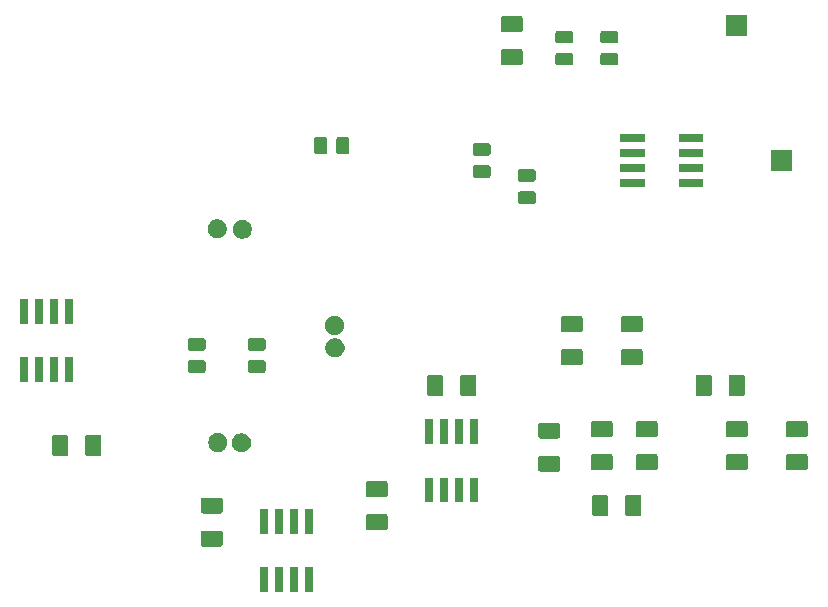
<source format=gbr>
G04 #@! TF.GenerationSoftware,KiCad,Pcbnew,(5.1.5-0-10_14)*
G04 #@! TF.CreationDate,2020-05-22T11:47:55+02:00*
G04 #@! TF.ProjectId,version2,76657273-696f-46e3-922e-6b696361645f,rev?*
G04 #@! TF.SameCoordinates,Original*
G04 #@! TF.FileFunction,Soldermask,Bot*
G04 #@! TF.FilePolarity,Negative*
%FSLAX46Y46*%
G04 Gerber Fmt 4.6, Leading zero omitted, Abs format (unit mm)*
G04 Created by KiCad (PCBNEW (5.1.5-0-10_14)) date 2020-05-22 11:47:55*
%MOMM*%
%LPD*%
G04 APERTURE LIST*
%ADD10C,0.100000*%
G04 APERTURE END LIST*
D10*
G36*
X88595400Y-97485400D02*
G01*
X87934600Y-97485400D01*
X87934600Y-95402200D01*
X88595400Y-95402200D01*
X88595400Y-97485400D01*
G37*
G36*
X87325400Y-97485400D02*
G01*
X86664600Y-97485400D01*
X86664600Y-95402200D01*
X87325400Y-95402200D01*
X87325400Y-97485400D01*
G37*
G36*
X86055400Y-97485400D02*
G01*
X85394600Y-97485400D01*
X85394600Y-95402200D01*
X86055400Y-95402200D01*
X86055400Y-97485400D01*
G37*
G36*
X84785400Y-97485400D02*
G01*
X84124600Y-97485400D01*
X84124600Y-95402200D01*
X84785400Y-95402200D01*
X84785400Y-97485400D01*
G37*
G36*
X80778604Y-92298347D02*
G01*
X80815144Y-92309432D01*
X80848821Y-92327433D01*
X80878341Y-92351659D01*
X80902567Y-92381179D01*
X80920568Y-92414856D01*
X80931653Y-92451396D01*
X80936000Y-92495538D01*
X80936000Y-93444462D01*
X80931653Y-93488604D01*
X80920568Y-93525144D01*
X80902567Y-93558821D01*
X80878341Y-93588341D01*
X80848821Y-93612567D01*
X80815144Y-93630568D01*
X80778604Y-93641653D01*
X80734462Y-93646000D01*
X79285538Y-93646000D01*
X79241396Y-93641653D01*
X79204856Y-93630568D01*
X79171179Y-93612567D01*
X79141659Y-93588341D01*
X79117433Y-93558821D01*
X79099432Y-93525144D01*
X79088347Y-93488604D01*
X79084000Y-93444462D01*
X79084000Y-92495538D01*
X79088347Y-92451396D01*
X79099432Y-92414856D01*
X79117433Y-92381179D01*
X79141659Y-92351659D01*
X79171179Y-92327433D01*
X79204856Y-92309432D01*
X79241396Y-92298347D01*
X79285538Y-92294000D01*
X80734462Y-92294000D01*
X80778604Y-92298347D01*
G37*
G36*
X84785400Y-92557800D02*
G01*
X84124600Y-92557800D01*
X84124600Y-90474600D01*
X84785400Y-90474600D01*
X84785400Y-92557800D01*
G37*
G36*
X88595400Y-92557800D02*
G01*
X87934600Y-92557800D01*
X87934600Y-90474600D01*
X88595400Y-90474600D01*
X88595400Y-92557800D01*
G37*
G36*
X87325400Y-92557800D02*
G01*
X86664600Y-92557800D01*
X86664600Y-90474600D01*
X87325400Y-90474600D01*
X87325400Y-92557800D01*
G37*
G36*
X86055400Y-92557800D02*
G01*
X85394600Y-92557800D01*
X85394600Y-90474600D01*
X86055400Y-90474600D01*
X86055400Y-92557800D01*
G37*
G36*
X94748604Y-90898347D02*
G01*
X94785144Y-90909432D01*
X94818821Y-90927433D01*
X94848341Y-90951659D01*
X94872567Y-90981179D01*
X94890568Y-91014856D01*
X94901653Y-91051396D01*
X94906000Y-91095538D01*
X94906000Y-92044462D01*
X94901653Y-92088604D01*
X94890568Y-92125144D01*
X94872567Y-92158821D01*
X94848341Y-92188341D01*
X94818821Y-92212567D01*
X94785144Y-92230568D01*
X94748604Y-92241653D01*
X94704462Y-92246000D01*
X93255538Y-92246000D01*
X93211396Y-92241653D01*
X93174856Y-92230568D01*
X93141179Y-92212567D01*
X93111659Y-92188341D01*
X93087433Y-92158821D01*
X93069432Y-92125144D01*
X93058347Y-92088604D01*
X93054000Y-92044462D01*
X93054000Y-91095538D01*
X93058347Y-91051396D01*
X93069432Y-91014856D01*
X93087433Y-90981179D01*
X93111659Y-90951659D01*
X93141179Y-90927433D01*
X93174856Y-90909432D01*
X93211396Y-90898347D01*
X93255538Y-90894000D01*
X94704462Y-90894000D01*
X94748604Y-90898347D01*
G37*
G36*
X116218604Y-89248347D02*
G01*
X116255144Y-89259432D01*
X116288821Y-89277433D01*
X116318341Y-89301659D01*
X116342567Y-89331179D01*
X116360568Y-89364856D01*
X116371653Y-89401396D01*
X116376000Y-89445538D01*
X116376000Y-90894462D01*
X116371653Y-90938604D01*
X116360568Y-90975144D01*
X116342567Y-91008821D01*
X116318341Y-91038341D01*
X116288821Y-91062567D01*
X116255144Y-91080568D01*
X116218604Y-91091653D01*
X116174462Y-91096000D01*
X115225538Y-91096000D01*
X115181396Y-91091653D01*
X115144856Y-91080568D01*
X115111179Y-91062567D01*
X115081659Y-91038341D01*
X115057433Y-91008821D01*
X115039432Y-90975144D01*
X115028347Y-90938604D01*
X115024000Y-90894462D01*
X115024000Y-89445538D01*
X115028347Y-89401396D01*
X115039432Y-89364856D01*
X115057433Y-89331179D01*
X115081659Y-89301659D01*
X115111179Y-89277433D01*
X115144856Y-89259432D01*
X115181396Y-89248347D01*
X115225538Y-89244000D01*
X116174462Y-89244000D01*
X116218604Y-89248347D01*
G37*
G36*
X113418604Y-89248347D02*
G01*
X113455144Y-89259432D01*
X113488821Y-89277433D01*
X113518341Y-89301659D01*
X113542567Y-89331179D01*
X113560568Y-89364856D01*
X113571653Y-89401396D01*
X113576000Y-89445538D01*
X113576000Y-90894462D01*
X113571653Y-90938604D01*
X113560568Y-90975144D01*
X113542567Y-91008821D01*
X113518341Y-91038341D01*
X113488821Y-91062567D01*
X113455144Y-91080568D01*
X113418604Y-91091653D01*
X113374462Y-91096000D01*
X112425538Y-91096000D01*
X112381396Y-91091653D01*
X112344856Y-91080568D01*
X112311179Y-91062567D01*
X112281659Y-91038341D01*
X112257433Y-91008821D01*
X112239432Y-90975144D01*
X112228347Y-90938604D01*
X112224000Y-90894462D01*
X112224000Y-89445538D01*
X112228347Y-89401396D01*
X112239432Y-89364856D01*
X112257433Y-89331179D01*
X112281659Y-89301659D01*
X112311179Y-89277433D01*
X112344856Y-89259432D01*
X112381396Y-89248347D01*
X112425538Y-89244000D01*
X113374462Y-89244000D01*
X113418604Y-89248347D01*
G37*
G36*
X80778604Y-89498347D02*
G01*
X80815144Y-89509432D01*
X80848821Y-89527433D01*
X80878341Y-89551659D01*
X80902567Y-89581179D01*
X80920568Y-89614856D01*
X80931653Y-89651396D01*
X80936000Y-89695538D01*
X80936000Y-90644462D01*
X80931653Y-90688604D01*
X80920568Y-90725144D01*
X80902567Y-90758821D01*
X80878341Y-90788341D01*
X80848821Y-90812567D01*
X80815144Y-90830568D01*
X80778604Y-90841653D01*
X80734462Y-90846000D01*
X79285538Y-90846000D01*
X79241396Y-90841653D01*
X79204856Y-90830568D01*
X79171179Y-90812567D01*
X79141659Y-90788341D01*
X79117433Y-90758821D01*
X79099432Y-90725144D01*
X79088347Y-90688604D01*
X79084000Y-90644462D01*
X79084000Y-89695538D01*
X79088347Y-89651396D01*
X79099432Y-89614856D01*
X79117433Y-89581179D01*
X79141659Y-89551659D01*
X79171179Y-89527433D01*
X79204856Y-89509432D01*
X79241396Y-89498347D01*
X79285538Y-89494000D01*
X80734462Y-89494000D01*
X80778604Y-89498347D01*
G37*
G36*
X100041000Y-89871000D02*
G01*
X99349000Y-89871000D01*
X99349000Y-87799000D01*
X100041000Y-87799000D01*
X100041000Y-89871000D01*
G37*
G36*
X102581000Y-89871000D02*
G01*
X101889000Y-89871000D01*
X101889000Y-87799000D01*
X102581000Y-87799000D01*
X102581000Y-89871000D01*
G37*
G36*
X101311000Y-89871000D02*
G01*
X100619000Y-89871000D01*
X100619000Y-87799000D01*
X101311000Y-87799000D01*
X101311000Y-89871000D01*
G37*
G36*
X98771000Y-89871000D02*
G01*
X98079000Y-89871000D01*
X98079000Y-87799000D01*
X98771000Y-87799000D01*
X98771000Y-89871000D01*
G37*
G36*
X94748604Y-88098347D02*
G01*
X94785144Y-88109432D01*
X94818821Y-88127433D01*
X94848341Y-88151659D01*
X94872567Y-88181179D01*
X94890568Y-88214856D01*
X94901653Y-88251396D01*
X94906000Y-88295538D01*
X94906000Y-89244462D01*
X94901653Y-89288604D01*
X94890568Y-89325144D01*
X94872567Y-89358821D01*
X94848341Y-89388341D01*
X94818821Y-89412567D01*
X94785144Y-89430568D01*
X94748604Y-89441653D01*
X94704462Y-89446000D01*
X93255538Y-89446000D01*
X93211396Y-89441653D01*
X93174856Y-89430568D01*
X93141179Y-89412567D01*
X93111659Y-89388341D01*
X93087433Y-89358821D01*
X93069432Y-89325144D01*
X93058347Y-89288604D01*
X93054000Y-89244462D01*
X93054000Y-88295538D01*
X93058347Y-88251396D01*
X93069432Y-88214856D01*
X93087433Y-88181179D01*
X93111659Y-88151659D01*
X93141179Y-88127433D01*
X93174856Y-88109432D01*
X93211396Y-88098347D01*
X93255538Y-88094000D01*
X94704462Y-88094000D01*
X94748604Y-88098347D01*
G37*
G36*
X109353604Y-85948347D02*
G01*
X109390144Y-85959432D01*
X109423821Y-85977433D01*
X109453341Y-86001659D01*
X109477567Y-86031179D01*
X109495568Y-86064856D01*
X109506653Y-86101396D01*
X109511000Y-86145538D01*
X109511000Y-87094462D01*
X109506653Y-87138604D01*
X109495568Y-87175144D01*
X109477567Y-87208821D01*
X109453341Y-87238341D01*
X109423821Y-87262567D01*
X109390144Y-87280568D01*
X109353604Y-87291653D01*
X109309462Y-87296000D01*
X107860538Y-87296000D01*
X107816396Y-87291653D01*
X107779856Y-87280568D01*
X107746179Y-87262567D01*
X107716659Y-87238341D01*
X107692433Y-87208821D01*
X107674432Y-87175144D01*
X107663347Y-87138604D01*
X107659000Y-87094462D01*
X107659000Y-86145538D01*
X107663347Y-86101396D01*
X107674432Y-86064856D01*
X107692433Y-86031179D01*
X107716659Y-86001659D01*
X107746179Y-85977433D01*
X107779856Y-85959432D01*
X107816396Y-85948347D01*
X107860538Y-85944000D01*
X109309462Y-85944000D01*
X109353604Y-85948347D01*
G37*
G36*
X117608604Y-85818347D02*
G01*
X117645144Y-85829432D01*
X117678821Y-85847433D01*
X117708341Y-85871659D01*
X117732567Y-85901179D01*
X117750568Y-85934856D01*
X117761653Y-85971396D01*
X117766000Y-86015538D01*
X117766000Y-86964462D01*
X117761653Y-87008604D01*
X117750568Y-87045144D01*
X117732567Y-87078821D01*
X117708341Y-87108341D01*
X117678821Y-87132567D01*
X117645144Y-87150568D01*
X117608604Y-87161653D01*
X117564462Y-87166000D01*
X116115538Y-87166000D01*
X116071396Y-87161653D01*
X116034856Y-87150568D01*
X116001179Y-87132567D01*
X115971659Y-87108341D01*
X115947433Y-87078821D01*
X115929432Y-87045144D01*
X115918347Y-87008604D01*
X115914000Y-86964462D01*
X115914000Y-86015538D01*
X115918347Y-85971396D01*
X115929432Y-85934856D01*
X115947433Y-85901179D01*
X115971659Y-85871659D01*
X116001179Y-85847433D01*
X116034856Y-85829432D01*
X116071396Y-85818347D01*
X116115538Y-85814000D01*
X117564462Y-85814000D01*
X117608604Y-85818347D01*
G37*
G36*
X130308604Y-85818347D02*
G01*
X130345144Y-85829432D01*
X130378821Y-85847433D01*
X130408341Y-85871659D01*
X130432567Y-85901179D01*
X130450568Y-85934856D01*
X130461653Y-85971396D01*
X130466000Y-86015538D01*
X130466000Y-86964462D01*
X130461653Y-87008604D01*
X130450568Y-87045144D01*
X130432567Y-87078821D01*
X130408341Y-87108341D01*
X130378821Y-87132567D01*
X130345144Y-87150568D01*
X130308604Y-87161653D01*
X130264462Y-87166000D01*
X128815538Y-87166000D01*
X128771396Y-87161653D01*
X128734856Y-87150568D01*
X128701179Y-87132567D01*
X128671659Y-87108341D01*
X128647433Y-87078821D01*
X128629432Y-87045144D01*
X128618347Y-87008604D01*
X128614000Y-86964462D01*
X128614000Y-86015538D01*
X128618347Y-85971396D01*
X128629432Y-85934856D01*
X128647433Y-85901179D01*
X128671659Y-85871659D01*
X128701179Y-85847433D01*
X128734856Y-85829432D01*
X128771396Y-85818347D01*
X128815538Y-85814000D01*
X130264462Y-85814000D01*
X130308604Y-85818347D01*
G37*
G36*
X125228604Y-85818347D02*
G01*
X125265144Y-85829432D01*
X125298821Y-85847433D01*
X125328341Y-85871659D01*
X125352567Y-85901179D01*
X125370568Y-85934856D01*
X125381653Y-85971396D01*
X125386000Y-86015538D01*
X125386000Y-86964462D01*
X125381653Y-87008604D01*
X125370568Y-87045144D01*
X125352567Y-87078821D01*
X125328341Y-87108341D01*
X125298821Y-87132567D01*
X125265144Y-87150568D01*
X125228604Y-87161653D01*
X125184462Y-87166000D01*
X123735538Y-87166000D01*
X123691396Y-87161653D01*
X123654856Y-87150568D01*
X123621179Y-87132567D01*
X123591659Y-87108341D01*
X123567433Y-87078821D01*
X123549432Y-87045144D01*
X123538347Y-87008604D01*
X123534000Y-86964462D01*
X123534000Y-86015538D01*
X123538347Y-85971396D01*
X123549432Y-85934856D01*
X123567433Y-85901179D01*
X123591659Y-85871659D01*
X123621179Y-85847433D01*
X123654856Y-85829432D01*
X123691396Y-85818347D01*
X123735538Y-85814000D01*
X125184462Y-85814000D01*
X125228604Y-85818347D01*
G37*
G36*
X113798604Y-85818347D02*
G01*
X113835144Y-85829432D01*
X113868821Y-85847433D01*
X113898341Y-85871659D01*
X113922567Y-85901179D01*
X113940568Y-85934856D01*
X113951653Y-85971396D01*
X113956000Y-86015538D01*
X113956000Y-86964462D01*
X113951653Y-87008604D01*
X113940568Y-87045144D01*
X113922567Y-87078821D01*
X113898341Y-87108341D01*
X113868821Y-87132567D01*
X113835144Y-87150568D01*
X113798604Y-87161653D01*
X113754462Y-87166000D01*
X112305538Y-87166000D01*
X112261396Y-87161653D01*
X112224856Y-87150568D01*
X112191179Y-87132567D01*
X112161659Y-87108341D01*
X112137433Y-87078821D01*
X112119432Y-87045144D01*
X112108347Y-87008604D01*
X112104000Y-86964462D01*
X112104000Y-86015538D01*
X112108347Y-85971396D01*
X112119432Y-85934856D01*
X112137433Y-85901179D01*
X112161659Y-85871659D01*
X112191179Y-85847433D01*
X112224856Y-85829432D01*
X112261396Y-85818347D01*
X112305538Y-85814000D01*
X113754462Y-85814000D01*
X113798604Y-85818347D01*
G37*
G36*
X70498604Y-84168347D02*
G01*
X70535144Y-84179432D01*
X70568821Y-84197433D01*
X70598341Y-84221659D01*
X70622567Y-84251179D01*
X70640568Y-84284856D01*
X70651653Y-84321396D01*
X70656000Y-84365538D01*
X70656000Y-85814462D01*
X70651653Y-85858604D01*
X70640568Y-85895144D01*
X70622567Y-85928821D01*
X70598341Y-85958341D01*
X70568821Y-85982567D01*
X70535144Y-86000568D01*
X70498604Y-86011653D01*
X70454462Y-86016000D01*
X69505538Y-86016000D01*
X69461396Y-86011653D01*
X69424856Y-86000568D01*
X69391179Y-85982567D01*
X69361659Y-85958341D01*
X69337433Y-85928821D01*
X69319432Y-85895144D01*
X69308347Y-85858604D01*
X69304000Y-85814462D01*
X69304000Y-84365538D01*
X69308347Y-84321396D01*
X69319432Y-84284856D01*
X69337433Y-84251179D01*
X69361659Y-84221659D01*
X69391179Y-84197433D01*
X69424856Y-84179432D01*
X69461396Y-84168347D01*
X69505538Y-84164000D01*
X70454462Y-84164000D01*
X70498604Y-84168347D01*
G37*
G36*
X67698604Y-84168347D02*
G01*
X67735144Y-84179432D01*
X67768821Y-84197433D01*
X67798341Y-84221659D01*
X67822567Y-84251179D01*
X67840568Y-84284856D01*
X67851653Y-84321396D01*
X67856000Y-84365538D01*
X67856000Y-85814462D01*
X67851653Y-85858604D01*
X67840568Y-85895144D01*
X67822567Y-85928821D01*
X67798341Y-85958341D01*
X67768821Y-85982567D01*
X67735144Y-86000568D01*
X67698604Y-86011653D01*
X67654462Y-86016000D01*
X66705538Y-86016000D01*
X66661396Y-86011653D01*
X66624856Y-86000568D01*
X66591179Y-85982567D01*
X66561659Y-85958341D01*
X66537433Y-85928821D01*
X66519432Y-85895144D01*
X66508347Y-85858604D01*
X66504000Y-85814462D01*
X66504000Y-84365538D01*
X66508347Y-84321396D01*
X66519432Y-84284856D01*
X66537433Y-84251179D01*
X66561659Y-84221659D01*
X66591179Y-84197433D01*
X66624856Y-84179432D01*
X66661396Y-84168347D01*
X66705538Y-84164000D01*
X67654462Y-84164000D01*
X67698604Y-84168347D01*
G37*
G36*
X82756662Y-84079642D02*
G01*
X82904621Y-84140929D01*
X83037775Y-84229899D01*
X83151021Y-84343145D01*
X83239991Y-84476299D01*
X83301278Y-84624258D01*
X83332520Y-84781325D01*
X83332520Y-84941475D01*
X83301278Y-85098542D01*
X83239991Y-85246501D01*
X83151021Y-85379655D01*
X83037775Y-85492901D01*
X82904621Y-85581871D01*
X82756662Y-85643158D01*
X82599595Y-85674400D01*
X82439445Y-85674400D01*
X82282378Y-85643158D01*
X82134419Y-85581871D01*
X82001265Y-85492901D01*
X81888019Y-85379655D01*
X81799049Y-85246501D01*
X81737762Y-85098542D01*
X81706520Y-84941475D01*
X81706520Y-84781325D01*
X81737762Y-84624258D01*
X81799049Y-84476299D01*
X81888019Y-84343145D01*
X82001265Y-84229899D01*
X82134419Y-84140929D01*
X82282378Y-84079642D01*
X82439445Y-84048400D01*
X82599595Y-84048400D01*
X82756662Y-84079642D01*
G37*
G36*
X80760222Y-84044082D02*
G01*
X80908181Y-84105369D01*
X81041335Y-84194339D01*
X81154581Y-84307585D01*
X81243551Y-84440739D01*
X81304838Y-84588698D01*
X81336080Y-84745765D01*
X81336080Y-84905915D01*
X81304838Y-85062982D01*
X81243551Y-85210941D01*
X81154581Y-85344095D01*
X81041335Y-85457341D01*
X80908181Y-85546311D01*
X80760222Y-85607598D01*
X80603155Y-85638840D01*
X80443005Y-85638840D01*
X80285938Y-85607598D01*
X80137979Y-85546311D01*
X80004825Y-85457341D01*
X79891579Y-85344095D01*
X79802609Y-85210941D01*
X79741322Y-85062982D01*
X79710080Y-84905915D01*
X79710080Y-84745765D01*
X79741322Y-84588698D01*
X79802609Y-84440739D01*
X79891579Y-84307585D01*
X80004825Y-84194339D01*
X80137979Y-84105369D01*
X80285938Y-84044082D01*
X80443005Y-84012840D01*
X80603155Y-84012840D01*
X80760222Y-84044082D01*
G37*
G36*
X98771000Y-84921000D02*
G01*
X98079000Y-84921000D01*
X98079000Y-82849000D01*
X98771000Y-82849000D01*
X98771000Y-84921000D01*
G37*
G36*
X100041000Y-84921000D02*
G01*
X99349000Y-84921000D01*
X99349000Y-82849000D01*
X100041000Y-82849000D01*
X100041000Y-84921000D01*
G37*
G36*
X101311000Y-84921000D02*
G01*
X100619000Y-84921000D01*
X100619000Y-82849000D01*
X101311000Y-82849000D01*
X101311000Y-84921000D01*
G37*
G36*
X102581000Y-84921000D02*
G01*
X101889000Y-84921000D01*
X101889000Y-82849000D01*
X102581000Y-82849000D01*
X102581000Y-84921000D01*
G37*
G36*
X109353604Y-83148347D02*
G01*
X109390144Y-83159432D01*
X109423821Y-83177433D01*
X109453341Y-83201659D01*
X109477567Y-83231179D01*
X109495568Y-83264856D01*
X109506653Y-83301396D01*
X109511000Y-83345538D01*
X109511000Y-84294462D01*
X109506653Y-84338604D01*
X109495568Y-84375144D01*
X109477567Y-84408821D01*
X109453341Y-84438341D01*
X109423821Y-84462567D01*
X109390144Y-84480568D01*
X109353604Y-84491653D01*
X109309462Y-84496000D01*
X107860538Y-84496000D01*
X107816396Y-84491653D01*
X107779856Y-84480568D01*
X107746179Y-84462567D01*
X107716659Y-84438341D01*
X107692433Y-84408821D01*
X107674432Y-84375144D01*
X107663347Y-84338604D01*
X107659000Y-84294462D01*
X107659000Y-83345538D01*
X107663347Y-83301396D01*
X107674432Y-83264856D01*
X107692433Y-83231179D01*
X107716659Y-83201659D01*
X107746179Y-83177433D01*
X107779856Y-83159432D01*
X107816396Y-83148347D01*
X107860538Y-83144000D01*
X109309462Y-83144000D01*
X109353604Y-83148347D01*
G37*
G36*
X113798604Y-83018347D02*
G01*
X113835144Y-83029432D01*
X113868821Y-83047433D01*
X113898341Y-83071659D01*
X113922567Y-83101179D01*
X113940568Y-83134856D01*
X113951653Y-83171396D01*
X113956000Y-83215538D01*
X113956000Y-84164462D01*
X113951653Y-84208604D01*
X113940568Y-84245144D01*
X113922567Y-84278821D01*
X113898341Y-84308341D01*
X113868821Y-84332567D01*
X113835144Y-84350568D01*
X113798604Y-84361653D01*
X113754462Y-84366000D01*
X112305538Y-84366000D01*
X112261396Y-84361653D01*
X112224856Y-84350568D01*
X112191179Y-84332567D01*
X112161659Y-84308341D01*
X112137433Y-84278821D01*
X112119432Y-84245144D01*
X112108347Y-84208604D01*
X112104000Y-84164462D01*
X112104000Y-83215538D01*
X112108347Y-83171396D01*
X112119432Y-83134856D01*
X112137433Y-83101179D01*
X112161659Y-83071659D01*
X112191179Y-83047433D01*
X112224856Y-83029432D01*
X112261396Y-83018347D01*
X112305538Y-83014000D01*
X113754462Y-83014000D01*
X113798604Y-83018347D01*
G37*
G36*
X117608604Y-83018347D02*
G01*
X117645144Y-83029432D01*
X117678821Y-83047433D01*
X117708341Y-83071659D01*
X117732567Y-83101179D01*
X117750568Y-83134856D01*
X117761653Y-83171396D01*
X117766000Y-83215538D01*
X117766000Y-84164462D01*
X117761653Y-84208604D01*
X117750568Y-84245144D01*
X117732567Y-84278821D01*
X117708341Y-84308341D01*
X117678821Y-84332567D01*
X117645144Y-84350568D01*
X117608604Y-84361653D01*
X117564462Y-84366000D01*
X116115538Y-84366000D01*
X116071396Y-84361653D01*
X116034856Y-84350568D01*
X116001179Y-84332567D01*
X115971659Y-84308341D01*
X115947433Y-84278821D01*
X115929432Y-84245144D01*
X115918347Y-84208604D01*
X115914000Y-84164462D01*
X115914000Y-83215538D01*
X115918347Y-83171396D01*
X115929432Y-83134856D01*
X115947433Y-83101179D01*
X115971659Y-83071659D01*
X116001179Y-83047433D01*
X116034856Y-83029432D01*
X116071396Y-83018347D01*
X116115538Y-83014000D01*
X117564462Y-83014000D01*
X117608604Y-83018347D01*
G37*
G36*
X130308604Y-83018347D02*
G01*
X130345144Y-83029432D01*
X130378821Y-83047433D01*
X130408341Y-83071659D01*
X130432567Y-83101179D01*
X130450568Y-83134856D01*
X130461653Y-83171396D01*
X130466000Y-83215538D01*
X130466000Y-84164462D01*
X130461653Y-84208604D01*
X130450568Y-84245144D01*
X130432567Y-84278821D01*
X130408341Y-84308341D01*
X130378821Y-84332567D01*
X130345144Y-84350568D01*
X130308604Y-84361653D01*
X130264462Y-84366000D01*
X128815538Y-84366000D01*
X128771396Y-84361653D01*
X128734856Y-84350568D01*
X128701179Y-84332567D01*
X128671659Y-84308341D01*
X128647433Y-84278821D01*
X128629432Y-84245144D01*
X128618347Y-84208604D01*
X128614000Y-84164462D01*
X128614000Y-83215538D01*
X128618347Y-83171396D01*
X128629432Y-83134856D01*
X128647433Y-83101179D01*
X128671659Y-83071659D01*
X128701179Y-83047433D01*
X128734856Y-83029432D01*
X128771396Y-83018347D01*
X128815538Y-83014000D01*
X130264462Y-83014000D01*
X130308604Y-83018347D01*
G37*
G36*
X125228604Y-83018347D02*
G01*
X125265144Y-83029432D01*
X125298821Y-83047433D01*
X125328341Y-83071659D01*
X125352567Y-83101179D01*
X125370568Y-83134856D01*
X125381653Y-83171396D01*
X125386000Y-83215538D01*
X125386000Y-84164462D01*
X125381653Y-84208604D01*
X125370568Y-84245144D01*
X125352567Y-84278821D01*
X125328341Y-84308341D01*
X125298821Y-84332567D01*
X125265144Y-84350568D01*
X125228604Y-84361653D01*
X125184462Y-84366000D01*
X123735538Y-84366000D01*
X123691396Y-84361653D01*
X123654856Y-84350568D01*
X123621179Y-84332567D01*
X123591659Y-84308341D01*
X123567433Y-84278821D01*
X123549432Y-84245144D01*
X123538347Y-84208604D01*
X123534000Y-84164462D01*
X123534000Y-83215538D01*
X123538347Y-83171396D01*
X123549432Y-83134856D01*
X123567433Y-83101179D01*
X123591659Y-83071659D01*
X123621179Y-83047433D01*
X123654856Y-83029432D01*
X123691396Y-83018347D01*
X123735538Y-83014000D01*
X125184462Y-83014000D01*
X125228604Y-83018347D01*
G37*
G36*
X124978604Y-79088347D02*
G01*
X125015144Y-79099432D01*
X125048821Y-79117433D01*
X125078341Y-79141659D01*
X125102567Y-79171179D01*
X125120568Y-79204856D01*
X125131653Y-79241396D01*
X125136000Y-79285538D01*
X125136000Y-80734462D01*
X125131653Y-80778604D01*
X125120568Y-80815144D01*
X125102567Y-80848821D01*
X125078341Y-80878341D01*
X125048821Y-80902567D01*
X125015144Y-80920568D01*
X124978604Y-80931653D01*
X124934462Y-80936000D01*
X123985538Y-80936000D01*
X123941396Y-80931653D01*
X123904856Y-80920568D01*
X123871179Y-80902567D01*
X123841659Y-80878341D01*
X123817433Y-80848821D01*
X123799432Y-80815144D01*
X123788347Y-80778604D01*
X123784000Y-80734462D01*
X123784000Y-79285538D01*
X123788347Y-79241396D01*
X123799432Y-79204856D01*
X123817433Y-79171179D01*
X123841659Y-79141659D01*
X123871179Y-79117433D01*
X123904856Y-79099432D01*
X123941396Y-79088347D01*
X123985538Y-79084000D01*
X124934462Y-79084000D01*
X124978604Y-79088347D01*
G37*
G36*
X122178604Y-79088347D02*
G01*
X122215144Y-79099432D01*
X122248821Y-79117433D01*
X122278341Y-79141659D01*
X122302567Y-79171179D01*
X122320568Y-79204856D01*
X122331653Y-79241396D01*
X122336000Y-79285538D01*
X122336000Y-80734462D01*
X122331653Y-80778604D01*
X122320568Y-80815144D01*
X122302567Y-80848821D01*
X122278341Y-80878341D01*
X122248821Y-80902567D01*
X122215144Y-80920568D01*
X122178604Y-80931653D01*
X122134462Y-80936000D01*
X121185538Y-80936000D01*
X121141396Y-80931653D01*
X121104856Y-80920568D01*
X121071179Y-80902567D01*
X121041659Y-80878341D01*
X121017433Y-80848821D01*
X120999432Y-80815144D01*
X120988347Y-80778604D01*
X120984000Y-80734462D01*
X120984000Y-79285538D01*
X120988347Y-79241396D01*
X120999432Y-79204856D01*
X121017433Y-79171179D01*
X121041659Y-79141659D01*
X121071179Y-79117433D01*
X121104856Y-79099432D01*
X121141396Y-79088347D01*
X121185538Y-79084000D01*
X122134462Y-79084000D01*
X122178604Y-79088347D01*
G37*
G36*
X102248604Y-79088347D02*
G01*
X102285144Y-79099432D01*
X102318821Y-79117433D01*
X102348341Y-79141659D01*
X102372567Y-79171179D01*
X102390568Y-79204856D01*
X102401653Y-79241396D01*
X102406000Y-79285538D01*
X102406000Y-80734462D01*
X102401653Y-80778604D01*
X102390568Y-80815144D01*
X102372567Y-80848821D01*
X102348341Y-80878341D01*
X102318821Y-80902567D01*
X102285144Y-80920568D01*
X102248604Y-80931653D01*
X102204462Y-80936000D01*
X101255538Y-80936000D01*
X101211396Y-80931653D01*
X101174856Y-80920568D01*
X101141179Y-80902567D01*
X101111659Y-80878341D01*
X101087433Y-80848821D01*
X101069432Y-80815144D01*
X101058347Y-80778604D01*
X101054000Y-80734462D01*
X101054000Y-79285538D01*
X101058347Y-79241396D01*
X101069432Y-79204856D01*
X101087433Y-79171179D01*
X101111659Y-79141659D01*
X101141179Y-79117433D01*
X101174856Y-79099432D01*
X101211396Y-79088347D01*
X101255538Y-79084000D01*
X102204462Y-79084000D01*
X102248604Y-79088347D01*
G37*
G36*
X99448604Y-79088347D02*
G01*
X99485144Y-79099432D01*
X99518821Y-79117433D01*
X99548341Y-79141659D01*
X99572567Y-79171179D01*
X99590568Y-79204856D01*
X99601653Y-79241396D01*
X99606000Y-79285538D01*
X99606000Y-80734462D01*
X99601653Y-80778604D01*
X99590568Y-80815144D01*
X99572567Y-80848821D01*
X99548341Y-80878341D01*
X99518821Y-80902567D01*
X99485144Y-80920568D01*
X99448604Y-80931653D01*
X99404462Y-80936000D01*
X98455538Y-80936000D01*
X98411396Y-80931653D01*
X98374856Y-80920568D01*
X98341179Y-80902567D01*
X98311659Y-80878341D01*
X98287433Y-80848821D01*
X98269432Y-80815144D01*
X98258347Y-80778604D01*
X98254000Y-80734462D01*
X98254000Y-79285538D01*
X98258347Y-79241396D01*
X98269432Y-79204856D01*
X98287433Y-79171179D01*
X98311659Y-79141659D01*
X98341179Y-79117433D01*
X98374856Y-79099432D01*
X98411396Y-79088347D01*
X98455538Y-79084000D01*
X99404462Y-79084000D01*
X99448604Y-79088347D01*
G37*
G36*
X65735400Y-79705400D02*
G01*
X65074600Y-79705400D01*
X65074600Y-77622200D01*
X65735400Y-77622200D01*
X65735400Y-79705400D01*
G37*
G36*
X64465400Y-79705400D02*
G01*
X63804600Y-79705400D01*
X63804600Y-77622200D01*
X64465400Y-77622200D01*
X64465400Y-79705400D01*
G37*
G36*
X67005400Y-79705400D02*
G01*
X66344600Y-79705400D01*
X66344600Y-77622200D01*
X67005400Y-77622200D01*
X67005400Y-79705400D01*
G37*
G36*
X68275400Y-79705400D02*
G01*
X67614600Y-79705400D01*
X67614600Y-77622200D01*
X68275400Y-77622200D01*
X68275400Y-79705400D01*
G37*
G36*
X79324468Y-77873565D02*
G01*
X79363138Y-77885296D01*
X79398777Y-77904346D01*
X79430017Y-77929983D01*
X79455654Y-77961223D01*
X79474704Y-77996862D01*
X79486435Y-78035532D01*
X79491000Y-78081888D01*
X79491000Y-78733112D01*
X79486435Y-78779468D01*
X79474704Y-78818138D01*
X79455654Y-78853777D01*
X79430017Y-78885017D01*
X79398777Y-78910654D01*
X79363138Y-78929704D01*
X79324468Y-78941435D01*
X79278112Y-78946000D01*
X78201888Y-78946000D01*
X78155532Y-78941435D01*
X78116862Y-78929704D01*
X78081223Y-78910654D01*
X78049983Y-78885017D01*
X78024346Y-78853777D01*
X78005296Y-78818138D01*
X77993565Y-78779468D01*
X77989000Y-78733112D01*
X77989000Y-78081888D01*
X77993565Y-78035532D01*
X78005296Y-77996862D01*
X78024346Y-77961223D01*
X78049983Y-77929983D01*
X78081223Y-77904346D01*
X78116862Y-77885296D01*
X78155532Y-77873565D01*
X78201888Y-77869000D01*
X79278112Y-77869000D01*
X79324468Y-77873565D01*
G37*
G36*
X84404468Y-77873565D02*
G01*
X84443138Y-77885296D01*
X84478777Y-77904346D01*
X84510017Y-77929983D01*
X84535654Y-77961223D01*
X84554704Y-77996862D01*
X84566435Y-78035532D01*
X84571000Y-78081888D01*
X84571000Y-78733112D01*
X84566435Y-78779468D01*
X84554704Y-78818138D01*
X84535654Y-78853777D01*
X84510017Y-78885017D01*
X84478777Y-78910654D01*
X84443138Y-78929704D01*
X84404468Y-78941435D01*
X84358112Y-78946000D01*
X83281888Y-78946000D01*
X83235532Y-78941435D01*
X83196862Y-78929704D01*
X83161223Y-78910654D01*
X83129983Y-78885017D01*
X83104346Y-78853777D01*
X83085296Y-78818138D01*
X83073565Y-78779468D01*
X83069000Y-78733112D01*
X83069000Y-78081888D01*
X83073565Y-78035532D01*
X83085296Y-77996862D01*
X83104346Y-77961223D01*
X83129983Y-77929983D01*
X83161223Y-77904346D01*
X83196862Y-77885296D01*
X83235532Y-77873565D01*
X83281888Y-77869000D01*
X84358112Y-77869000D01*
X84404468Y-77873565D01*
G37*
G36*
X116338604Y-76928347D02*
G01*
X116375144Y-76939432D01*
X116408821Y-76957433D01*
X116438341Y-76981659D01*
X116462567Y-77011179D01*
X116480568Y-77044856D01*
X116491653Y-77081396D01*
X116496000Y-77125538D01*
X116496000Y-78074462D01*
X116491653Y-78118604D01*
X116480568Y-78155144D01*
X116462567Y-78188821D01*
X116438341Y-78218341D01*
X116408821Y-78242567D01*
X116375144Y-78260568D01*
X116338604Y-78271653D01*
X116294462Y-78276000D01*
X114845538Y-78276000D01*
X114801396Y-78271653D01*
X114764856Y-78260568D01*
X114731179Y-78242567D01*
X114701659Y-78218341D01*
X114677433Y-78188821D01*
X114659432Y-78155144D01*
X114648347Y-78118604D01*
X114644000Y-78074462D01*
X114644000Y-77125538D01*
X114648347Y-77081396D01*
X114659432Y-77044856D01*
X114677433Y-77011179D01*
X114701659Y-76981659D01*
X114731179Y-76957433D01*
X114764856Y-76939432D01*
X114801396Y-76928347D01*
X114845538Y-76924000D01*
X116294462Y-76924000D01*
X116338604Y-76928347D01*
G37*
G36*
X111258604Y-76928347D02*
G01*
X111295144Y-76939432D01*
X111328821Y-76957433D01*
X111358341Y-76981659D01*
X111382567Y-77011179D01*
X111400568Y-77044856D01*
X111411653Y-77081396D01*
X111416000Y-77125538D01*
X111416000Y-78074462D01*
X111411653Y-78118604D01*
X111400568Y-78155144D01*
X111382567Y-78188821D01*
X111358341Y-78218341D01*
X111328821Y-78242567D01*
X111295144Y-78260568D01*
X111258604Y-78271653D01*
X111214462Y-78276000D01*
X109765538Y-78276000D01*
X109721396Y-78271653D01*
X109684856Y-78260568D01*
X109651179Y-78242567D01*
X109621659Y-78218341D01*
X109597433Y-78188821D01*
X109579432Y-78155144D01*
X109568347Y-78118604D01*
X109564000Y-78074462D01*
X109564000Y-77125538D01*
X109568347Y-77081396D01*
X109579432Y-77044856D01*
X109597433Y-77011179D01*
X109621659Y-76981659D01*
X109651179Y-76957433D01*
X109684856Y-76939432D01*
X109721396Y-76928347D01*
X109765538Y-76924000D01*
X111214462Y-76924000D01*
X111258604Y-76928347D01*
G37*
G36*
X90681462Y-76032922D02*
G01*
X90829421Y-76094209D01*
X90962575Y-76183179D01*
X91075821Y-76296425D01*
X91164791Y-76429579D01*
X91226078Y-76577538D01*
X91257320Y-76734605D01*
X91257320Y-76894755D01*
X91226078Y-77051822D01*
X91164791Y-77199781D01*
X91075821Y-77332935D01*
X90962575Y-77446181D01*
X90829421Y-77535151D01*
X90681462Y-77596438D01*
X90524395Y-77627680D01*
X90364245Y-77627680D01*
X90207178Y-77596438D01*
X90059219Y-77535151D01*
X89926065Y-77446181D01*
X89812819Y-77332935D01*
X89723849Y-77199781D01*
X89662562Y-77051822D01*
X89631320Y-76894755D01*
X89631320Y-76734605D01*
X89662562Y-76577538D01*
X89723849Y-76429579D01*
X89812819Y-76296425D01*
X89926065Y-76183179D01*
X90059219Y-76094209D01*
X90207178Y-76032922D01*
X90364245Y-76001680D01*
X90524395Y-76001680D01*
X90681462Y-76032922D01*
G37*
G36*
X84404468Y-75998565D02*
G01*
X84443138Y-76010296D01*
X84478777Y-76029346D01*
X84510017Y-76054983D01*
X84535654Y-76086223D01*
X84554704Y-76121862D01*
X84566435Y-76160532D01*
X84571000Y-76206888D01*
X84571000Y-76858112D01*
X84566435Y-76904468D01*
X84554704Y-76943138D01*
X84535654Y-76978777D01*
X84510017Y-77010017D01*
X84478777Y-77035654D01*
X84443138Y-77054704D01*
X84404468Y-77066435D01*
X84358112Y-77071000D01*
X83281888Y-77071000D01*
X83235532Y-77066435D01*
X83196862Y-77054704D01*
X83161223Y-77035654D01*
X83129983Y-77010017D01*
X83104346Y-76978777D01*
X83085296Y-76943138D01*
X83073565Y-76904468D01*
X83069000Y-76858112D01*
X83069000Y-76206888D01*
X83073565Y-76160532D01*
X83085296Y-76121862D01*
X83104346Y-76086223D01*
X83129983Y-76054983D01*
X83161223Y-76029346D01*
X83196862Y-76010296D01*
X83235532Y-75998565D01*
X83281888Y-75994000D01*
X84358112Y-75994000D01*
X84404468Y-75998565D01*
G37*
G36*
X79324468Y-75998565D02*
G01*
X79363138Y-76010296D01*
X79398777Y-76029346D01*
X79430017Y-76054983D01*
X79455654Y-76086223D01*
X79474704Y-76121862D01*
X79486435Y-76160532D01*
X79491000Y-76206888D01*
X79491000Y-76858112D01*
X79486435Y-76904468D01*
X79474704Y-76943138D01*
X79455654Y-76978777D01*
X79430017Y-77010017D01*
X79398777Y-77035654D01*
X79363138Y-77054704D01*
X79324468Y-77066435D01*
X79278112Y-77071000D01*
X78201888Y-77071000D01*
X78155532Y-77066435D01*
X78116862Y-77054704D01*
X78081223Y-77035654D01*
X78049983Y-77010017D01*
X78024346Y-76978777D01*
X78005296Y-76943138D01*
X77993565Y-76904468D01*
X77989000Y-76858112D01*
X77989000Y-76206888D01*
X77993565Y-76160532D01*
X78005296Y-76121862D01*
X78024346Y-76086223D01*
X78049983Y-76054983D01*
X78081223Y-76029346D01*
X78116862Y-76010296D01*
X78155532Y-75998565D01*
X78201888Y-75994000D01*
X79278112Y-75994000D01*
X79324468Y-75998565D01*
G37*
G36*
X90650982Y-74133002D02*
G01*
X90798941Y-74194289D01*
X90932095Y-74283259D01*
X91045341Y-74396505D01*
X91134311Y-74529659D01*
X91195598Y-74677618D01*
X91226840Y-74834685D01*
X91226840Y-74994835D01*
X91195598Y-75151902D01*
X91134311Y-75299861D01*
X91045341Y-75433015D01*
X90932095Y-75546261D01*
X90798941Y-75635231D01*
X90650982Y-75696518D01*
X90493915Y-75727760D01*
X90333765Y-75727760D01*
X90176698Y-75696518D01*
X90028739Y-75635231D01*
X89895585Y-75546261D01*
X89782339Y-75433015D01*
X89693369Y-75299861D01*
X89632082Y-75151902D01*
X89600840Y-74994835D01*
X89600840Y-74834685D01*
X89632082Y-74677618D01*
X89693369Y-74529659D01*
X89782339Y-74396505D01*
X89895585Y-74283259D01*
X90028739Y-74194289D01*
X90176698Y-74133002D01*
X90333765Y-74101760D01*
X90493915Y-74101760D01*
X90650982Y-74133002D01*
G37*
G36*
X111258604Y-74128347D02*
G01*
X111295144Y-74139432D01*
X111328821Y-74157433D01*
X111358341Y-74181659D01*
X111382567Y-74211179D01*
X111400568Y-74244856D01*
X111411653Y-74281396D01*
X111416000Y-74325538D01*
X111416000Y-75274462D01*
X111411653Y-75318604D01*
X111400568Y-75355144D01*
X111382567Y-75388821D01*
X111358341Y-75418341D01*
X111328821Y-75442567D01*
X111295144Y-75460568D01*
X111258604Y-75471653D01*
X111214462Y-75476000D01*
X109765538Y-75476000D01*
X109721396Y-75471653D01*
X109684856Y-75460568D01*
X109651179Y-75442567D01*
X109621659Y-75418341D01*
X109597433Y-75388821D01*
X109579432Y-75355144D01*
X109568347Y-75318604D01*
X109564000Y-75274462D01*
X109564000Y-74325538D01*
X109568347Y-74281396D01*
X109579432Y-74244856D01*
X109597433Y-74211179D01*
X109621659Y-74181659D01*
X109651179Y-74157433D01*
X109684856Y-74139432D01*
X109721396Y-74128347D01*
X109765538Y-74124000D01*
X111214462Y-74124000D01*
X111258604Y-74128347D01*
G37*
G36*
X116338604Y-74128347D02*
G01*
X116375144Y-74139432D01*
X116408821Y-74157433D01*
X116438341Y-74181659D01*
X116462567Y-74211179D01*
X116480568Y-74244856D01*
X116491653Y-74281396D01*
X116496000Y-74325538D01*
X116496000Y-75274462D01*
X116491653Y-75318604D01*
X116480568Y-75355144D01*
X116462567Y-75388821D01*
X116438341Y-75418341D01*
X116408821Y-75442567D01*
X116375144Y-75460568D01*
X116338604Y-75471653D01*
X116294462Y-75476000D01*
X114845538Y-75476000D01*
X114801396Y-75471653D01*
X114764856Y-75460568D01*
X114731179Y-75442567D01*
X114701659Y-75418341D01*
X114677433Y-75388821D01*
X114659432Y-75355144D01*
X114648347Y-75318604D01*
X114644000Y-75274462D01*
X114644000Y-74325538D01*
X114648347Y-74281396D01*
X114659432Y-74244856D01*
X114677433Y-74211179D01*
X114701659Y-74181659D01*
X114731179Y-74157433D01*
X114764856Y-74139432D01*
X114801396Y-74128347D01*
X114845538Y-74124000D01*
X116294462Y-74124000D01*
X116338604Y-74128347D01*
G37*
G36*
X67005400Y-74777800D02*
G01*
X66344600Y-74777800D01*
X66344600Y-72694600D01*
X67005400Y-72694600D01*
X67005400Y-74777800D01*
G37*
G36*
X65735400Y-74777800D02*
G01*
X65074600Y-74777800D01*
X65074600Y-72694600D01*
X65735400Y-72694600D01*
X65735400Y-74777800D01*
G37*
G36*
X68275400Y-74777800D02*
G01*
X67614600Y-74777800D01*
X67614600Y-72694600D01*
X68275400Y-72694600D01*
X68275400Y-74777800D01*
G37*
G36*
X64465400Y-74777800D02*
G01*
X63804600Y-74777800D01*
X63804600Y-72694600D01*
X64465400Y-72694600D01*
X64465400Y-74777800D01*
G37*
G36*
X82827782Y-65994842D02*
G01*
X82975741Y-66056129D01*
X83108895Y-66145099D01*
X83222141Y-66258345D01*
X83311111Y-66391499D01*
X83372398Y-66539458D01*
X83403640Y-66696525D01*
X83403640Y-66856675D01*
X83372398Y-67013742D01*
X83311111Y-67161701D01*
X83222141Y-67294855D01*
X83108895Y-67408101D01*
X82975741Y-67497071D01*
X82827782Y-67558358D01*
X82670715Y-67589600D01*
X82510565Y-67589600D01*
X82353498Y-67558358D01*
X82205539Y-67497071D01*
X82072385Y-67408101D01*
X81959139Y-67294855D01*
X81870169Y-67161701D01*
X81808882Y-67013742D01*
X81777640Y-66856675D01*
X81777640Y-66696525D01*
X81808882Y-66539458D01*
X81870169Y-66391499D01*
X81959139Y-66258345D01*
X82072385Y-66145099D01*
X82205539Y-66056129D01*
X82353498Y-65994842D01*
X82510565Y-65963600D01*
X82670715Y-65963600D01*
X82827782Y-65994842D01*
G37*
G36*
X80704342Y-65964362D02*
G01*
X80852301Y-66025649D01*
X80985455Y-66114619D01*
X81098701Y-66227865D01*
X81187671Y-66361019D01*
X81248958Y-66508978D01*
X81280200Y-66666045D01*
X81280200Y-66826195D01*
X81248958Y-66983262D01*
X81187671Y-67131221D01*
X81098701Y-67264375D01*
X80985455Y-67377621D01*
X80852301Y-67466591D01*
X80704342Y-67527878D01*
X80547275Y-67559120D01*
X80387125Y-67559120D01*
X80230058Y-67527878D01*
X80082099Y-67466591D01*
X79948945Y-67377621D01*
X79835699Y-67264375D01*
X79746729Y-67131221D01*
X79685442Y-66983262D01*
X79654200Y-66826195D01*
X79654200Y-66666045D01*
X79685442Y-66508978D01*
X79746729Y-66361019D01*
X79835699Y-66227865D01*
X79948945Y-66114619D01*
X80082099Y-66025649D01*
X80230058Y-65964362D01*
X80387125Y-65933120D01*
X80547275Y-65933120D01*
X80704342Y-65964362D01*
G37*
G36*
X107264468Y-63571065D02*
G01*
X107303138Y-63582796D01*
X107338777Y-63601846D01*
X107370017Y-63627483D01*
X107395654Y-63658723D01*
X107414704Y-63694362D01*
X107426435Y-63733032D01*
X107431000Y-63779388D01*
X107431000Y-64430612D01*
X107426435Y-64476968D01*
X107414704Y-64515638D01*
X107395654Y-64551277D01*
X107370017Y-64582517D01*
X107338777Y-64608154D01*
X107303138Y-64627204D01*
X107264468Y-64638935D01*
X107218112Y-64643500D01*
X106141888Y-64643500D01*
X106095532Y-64638935D01*
X106056862Y-64627204D01*
X106021223Y-64608154D01*
X105989983Y-64582517D01*
X105964346Y-64551277D01*
X105945296Y-64515638D01*
X105933565Y-64476968D01*
X105929000Y-64430612D01*
X105929000Y-63779388D01*
X105933565Y-63733032D01*
X105945296Y-63694362D01*
X105964346Y-63658723D01*
X105989983Y-63627483D01*
X106021223Y-63601846D01*
X106056862Y-63582796D01*
X106095532Y-63571065D01*
X106141888Y-63566500D01*
X107218112Y-63566500D01*
X107264468Y-63571065D01*
G37*
G36*
X121615400Y-63195400D02*
G01*
X119532200Y-63195400D01*
X119532200Y-62534600D01*
X121615400Y-62534600D01*
X121615400Y-63195400D01*
G37*
G36*
X116687800Y-63195400D02*
G01*
X114604600Y-63195400D01*
X114604600Y-62534600D01*
X116687800Y-62534600D01*
X116687800Y-63195400D01*
G37*
G36*
X107264468Y-61696065D02*
G01*
X107303138Y-61707796D01*
X107338777Y-61726846D01*
X107370017Y-61752483D01*
X107395654Y-61783723D01*
X107414704Y-61819362D01*
X107426435Y-61858032D01*
X107431000Y-61904388D01*
X107431000Y-62555612D01*
X107426435Y-62601968D01*
X107414704Y-62640638D01*
X107395654Y-62676277D01*
X107370017Y-62707517D01*
X107338777Y-62733154D01*
X107303138Y-62752204D01*
X107264468Y-62763935D01*
X107218112Y-62768500D01*
X106141888Y-62768500D01*
X106095532Y-62763935D01*
X106056862Y-62752204D01*
X106021223Y-62733154D01*
X105989983Y-62707517D01*
X105964346Y-62676277D01*
X105945296Y-62640638D01*
X105933565Y-62601968D01*
X105929000Y-62555612D01*
X105929000Y-61904388D01*
X105933565Y-61858032D01*
X105945296Y-61819362D01*
X105964346Y-61783723D01*
X105989983Y-61752483D01*
X106021223Y-61726846D01*
X106056862Y-61707796D01*
X106095532Y-61696065D01*
X106141888Y-61691500D01*
X107218112Y-61691500D01*
X107264468Y-61696065D01*
G37*
G36*
X103454468Y-61363565D02*
G01*
X103493138Y-61375296D01*
X103528777Y-61394346D01*
X103560017Y-61419983D01*
X103585654Y-61451223D01*
X103604704Y-61486862D01*
X103616435Y-61525532D01*
X103621000Y-61571888D01*
X103621000Y-62223112D01*
X103616435Y-62269468D01*
X103604704Y-62308138D01*
X103585654Y-62343777D01*
X103560017Y-62375017D01*
X103528777Y-62400654D01*
X103493138Y-62419704D01*
X103454468Y-62431435D01*
X103408112Y-62436000D01*
X102331888Y-62436000D01*
X102285532Y-62431435D01*
X102246862Y-62419704D01*
X102211223Y-62400654D01*
X102179983Y-62375017D01*
X102154346Y-62343777D01*
X102135296Y-62308138D01*
X102123565Y-62269468D01*
X102119000Y-62223112D01*
X102119000Y-61571888D01*
X102123565Y-61525532D01*
X102135296Y-61486862D01*
X102154346Y-61451223D01*
X102179983Y-61419983D01*
X102211223Y-61394346D01*
X102246862Y-61375296D01*
X102285532Y-61363565D01*
X102331888Y-61359000D01*
X103408112Y-61359000D01*
X103454468Y-61363565D01*
G37*
G36*
X116687800Y-61925400D02*
G01*
X114604600Y-61925400D01*
X114604600Y-61264600D01*
X116687800Y-61264600D01*
X116687800Y-61925400D01*
G37*
G36*
X121615400Y-61925400D02*
G01*
X119532200Y-61925400D01*
X119532200Y-61264600D01*
X121615400Y-61264600D01*
X121615400Y-61925400D01*
G37*
G36*
X129171000Y-61861000D02*
G01*
X127369000Y-61861000D01*
X127369000Y-60059000D01*
X129171000Y-60059000D01*
X129171000Y-61861000D01*
G37*
G36*
X116687800Y-60655400D02*
G01*
X114604600Y-60655400D01*
X114604600Y-59994600D01*
X116687800Y-59994600D01*
X116687800Y-60655400D01*
G37*
G36*
X121615400Y-60655400D02*
G01*
X119532200Y-60655400D01*
X119532200Y-59994600D01*
X121615400Y-59994600D01*
X121615400Y-60655400D01*
G37*
G36*
X103454468Y-59488565D02*
G01*
X103493138Y-59500296D01*
X103528777Y-59519346D01*
X103560017Y-59544983D01*
X103585654Y-59576223D01*
X103604704Y-59611862D01*
X103616435Y-59650532D01*
X103621000Y-59696888D01*
X103621000Y-60348112D01*
X103616435Y-60394468D01*
X103604704Y-60433138D01*
X103585654Y-60468777D01*
X103560017Y-60500017D01*
X103528777Y-60525654D01*
X103493138Y-60544704D01*
X103454468Y-60556435D01*
X103408112Y-60561000D01*
X102331888Y-60561000D01*
X102285532Y-60556435D01*
X102246862Y-60544704D01*
X102211223Y-60525654D01*
X102179983Y-60500017D01*
X102154346Y-60468777D01*
X102135296Y-60433138D01*
X102123565Y-60394468D01*
X102119000Y-60348112D01*
X102119000Y-59696888D01*
X102123565Y-59650532D01*
X102135296Y-59611862D01*
X102154346Y-59576223D01*
X102179983Y-59544983D01*
X102211223Y-59519346D01*
X102246862Y-59500296D01*
X102285532Y-59488565D01*
X102331888Y-59484000D01*
X103408112Y-59484000D01*
X103454468Y-59488565D01*
G37*
G36*
X89604468Y-58943565D02*
G01*
X89643138Y-58955296D01*
X89678777Y-58974346D01*
X89710017Y-58999983D01*
X89735654Y-59031223D01*
X89754704Y-59066862D01*
X89766435Y-59105532D01*
X89771000Y-59151888D01*
X89771000Y-60228112D01*
X89766435Y-60274468D01*
X89754704Y-60313138D01*
X89735654Y-60348777D01*
X89710017Y-60380017D01*
X89678777Y-60405654D01*
X89643138Y-60424704D01*
X89604468Y-60436435D01*
X89558112Y-60441000D01*
X88906888Y-60441000D01*
X88860532Y-60436435D01*
X88821862Y-60424704D01*
X88786223Y-60405654D01*
X88754983Y-60380017D01*
X88729346Y-60348777D01*
X88710296Y-60313138D01*
X88698565Y-60274468D01*
X88694000Y-60228112D01*
X88694000Y-59151888D01*
X88698565Y-59105532D01*
X88710296Y-59066862D01*
X88729346Y-59031223D01*
X88754983Y-58999983D01*
X88786223Y-58974346D01*
X88821862Y-58955296D01*
X88860532Y-58943565D01*
X88906888Y-58939000D01*
X89558112Y-58939000D01*
X89604468Y-58943565D01*
G37*
G36*
X91479468Y-58943565D02*
G01*
X91518138Y-58955296D01*
X91553777Y-58974346D01*
X91585017Y-58999983D01*
X91610654Y-59031223D01*
X91629704Y-59066862D01*
X91641435Y-59105532D01*
X91646000Y-59151888D01*
X91646000Y-60228112D01*
X91641435Y-60274468D01*
X91629704Y-60313138D01*
X91610654Y-60348777D01*
X91585017Y-60380017D01*
X91553777Y-60405654D01*
X91518138Y-60424704D01*
X91479468Y-60436435D01*
X91433112Y-60441000D01*
X90781888Y-60441000D01*
X90735532Y-60436435D01*
X90696862Y-60424704D01*
X90661223Y-60405654D01*
X90629983Y-60380017D01*
X90604346Y-60348777D01*
X90585296Y-60313138D01*
X90573565Y-60274468D01*
X90569000Y-60228112D01*
X90569000Y-59151888D01*
X90573565Y-59105532D01*
X90585296Y-59066862D01*
X90604346Y-59031223D01*
X90629983Y-58999983D01*
X90661223Y-58974346D01*
X90696862Y-58955296D01*
X90735532Y-58943565D01*
X90781888Y-58939000D01*
X91433112Y-58939000D01*
X91479468Y-58943565D01*
G37*
G36*
X116687800Y-59385400D02*
G01*
X114604600Y-59385400D01*
X114604600Y-58724600D01*
X116687800Y-58724600D01*
X116687800Y-59385400D01*
G37*
G36*
X121615400Y-59385400D02*
G01*
X119532200Y-59385400D01*
X119532200Y-58724600D01*
X121615400Y-58724600D01*
X121615400Y-59385400D01*
G37*
G36*
X110439468Y-51838565D02*
G01*
X110478138Y-51850296D01*
X110513777Y-51869346D01*
X110545017Y-51894983D01*
X110570654Y-51926223D01*
X110589704Y-51961862D01*
X110601435Y-52000532D01*
X110606000Y-52046888D01*
X110606000Y-52698112D01*
X110601435Y-52744468D01*
X110589704Y-52783138D01*
X110570654Y-52818777D01*
X110545017Y-52850017D01*
X110513777Y-52875654D01*
X110478138Y-52894704D01*
X110439468Y-52906435D01*
X110393112Y-52911000D01*
X109316888Y-52911000D01*
X109270532Y-52906435D01*
X109231862Y-52894704D01*
X109196223Y-52875654D01*
X109164983Y-52850017D01*
X109139346Y-52818777D01*
X109120296Y-52783138D01*
X109108565Y-52744468D01*
X109104000Y-52698112D01*
X109104000Y-52046888D01*
X109108565Y-52000532D01*
X109120296Y-51961862D01*
X109139346Y-51926223D01*
X109164983Y-51894983D01*
X109196223Y-51869346D01*
X109231862Y-51850296D01*
X109270532Y-51838565D01*
X109316888Y-51834000D01*
X110393112Y-51834000D01*
X110439468Y-51838565D01*
G37*
G36*
X114249468Y-51838565D02*
G01*
X114288138Y-51850296D01*
X114323777Y-51869346D01*
X114355017Y-51894983D01*
X114380654Y-51926223D01*
X114399704Y-51961862D01*
X114411435Y-52000532D01*
X114416000Y-52046888D01*
X114416000Y-52698112D01*
X114411435Y-52744468D01*
X114399704Y-52783138D01*
X114380654Y-52818777D01*
X114355017Y-52850017D01*
X114323777Y-52875654D01*
X114288138Y-52894704D01*
X114249468Y-52906435D01*
X114203112Y-52911000D01*
X113126888Y-52911000D01*
X113080532Y-52906435D01*
X113041862Y-52894704D01*
X113006223Y-52875654D01*
X112974983Y-52850017D01*
X112949346Y-52818777D01*
X112930296Y-52783138D01*
X112918565Y-52744468D01*
X112914000Y-52698112D01*
X112914000Y-52046888D01*
X112918565Y-52000532D01*
X112930296Y-51961862D01*
X112949346Y-51926223D01*
X112974983Y-51894983D01*
X113006223Y-51869346D01*
X113041862Y-51850296D01*
X113080532Y-51838565D01*
X113126888Y-51834000D01*
X114203112Y-51834000D01*
X114249468Y-51838565D01*
G37*
G36*
X106178604Y-51528347D02*
G01*
X106215144Y-51539432D01*
X106248821Y-51557433D01*
X106278341Y-51581659D01*
X106302567Y-51611179D01*
X106320568Y-51644856D01*
X106331653Y-51681396D01*
X106336000Y-51725538D01*
X106336000Y-52674462D01*
X106331653Y-52718604D01*
X106320568Y-52755144D01*
X106302567Y-52788821D01*
X106278341Y-52818341D01*
X106248821Y-52842567D01*
X106215144Y-52860568D01*
X106178604Y-52871653D01*
X106134462Y-52876000D01*
X104685538Y-52876000D01*
X104641396Y-52871653D01*
X104604856Y-52860568D01*
X104571179Y-52842567D01*
X104541659Y-52818341D01*
X104517433Y-52788821D01*
X104499432Y-52755144D01*
X104488347Y-52718604D01*
X104484000Y-52674462D01*
X104484000Y-51725538D01*
X104488347Y-51681396D01*
X104499432Y-51644856D01*
X104517433Y-51611179D01*
X104541659Y-51581659D01*
X104571179Y-51557433D01*
X104604856Y-51539432D01*
X104641396Y-51528347D01*
X104685538Y-51524000D01*
X106134462Y-51524000D01*
X106178604Y-51528347D01*
G37*
G36*
X110439468Y-49963565D02*
G01*
X110478138Y-49975296D01*
X110513777Y-49994346D01*
X110545017Y-50019983D01*
X110570654Y-50051223D01*
X110589704Y-50086862D01*
X110601435Y-50125532D01*
X110606000Y-50171888D01*
X110606000Y-50823112D01*
X110601435Y-50869468D01*
X110589704Y-50908138D01*
X110570654Y-50943777D01*
X110545017Y-50975017D01*
X110513777Y-51000654D01*
X110478138Y-51019704D01*
X110439468Y-51031435D01*
X110393112Y-51036000D01*
X109316888Y-51036000D01*
X109270532Y-51031435D01*
X109231862Y-51019704D01*
X109196223Y-51000654D01*
X109164983Y-50975017D01*
X109139346Y-50943777D01*
X109120296Y-50908138D01*
X109108565Y-50869468D01*
X109104000Y-50823112D01*
X109104000Y-50171888D01*
X109108565Y-50125532D01*
X109120296Y-50086862D01*
X109139346Y-50051223D01*
X109164983Y-50019983D01*
X109196223Y-49994346D01*
X109231862Y-49975296D01*
X109270532Y-49963565D01*
X109316888Y-49959000D01*
X110393112Y-49959000D01*
X110439468Y-49963565D01*
G37*
G36*
X114249468Y-49963565D02*
G01*
X114288138Y-49975296D01*
X114323777Y-49994346D01*
X114355017Y-50019983D01*
X114380654Y-50051223D01*
X114399704Y-50086862D01*
X114411435Y-50125532D01*
X114416000Y-50171888D01*
X114416000Y-50823112D01*
X114411435Y-50869468D01*
X114399704Y-50908138D01*
X114380654Y-50943777D01*
X114355017Y-50975017D01*
X114323777Y-51000654D01*
X114288138Y-51019704D01*
X114249468Y-51031435D01*
X114203112Y-51036000D01*
X113126888Y-51036000D01*
X113080532Y-51031435D01*
X113041862Y-51019704D01*
X113006223Y-51000654D01*
X112974983Y-50975017D01*
X112949346Y-50943777D01*
X112930296Y-50908138D01*
X112918565Y-50869468D01*
X112914000Y-50823112D01*
X112914000Y-50171888D01*
X112918565Y-50125532D01*
X112930296Y-50086862D01*
X112949346Y-50051223D01*
X112974983Y-50019983D01*
X113006223Y-49994346D01*
X113041862Y-49975296D01*
X113080532Y-49963565D01*
X113126888Y-49959000D01*
X114203112Y-49959000D01*
X114249468Y-49963565D01*
G37*
G36*
X125361000Y-50431000D02*
G01*
X123559000Y-50431000D01*
X123559000Y-48629000D01*
X125361000Y-48629000D01*
X125361000Y-50431000D01*
G37*
G36*
X106178604Y-48728347D02*
G01*
X106215144Y-48739432D01*
X106248821Y-48757433D01*
X106278341Y-48781659D01*
X106302567Y-48811179D01*
X106320568Y-48844856D01*
X106331653Y-48881396D01*
X106336000Y-48925538D01*
X106336000Y-49874462D01*
X106331653Y-49918604D01*
X106320568Y-49955144D01*
X106302567Y-49988821D01*
X106278341Y-50018341D01*
X106248821Y-50042567D01*
X106215144Y-50060568D01*
X106178604Y-50071653D01*
X106134462Y-50076000D01*
X104685538Y-50076000D01*
X104641396Y-50071653D01*
X104604856Y-50060568D01*
X104571179Y-50042567D01*
X104541659Y-50018341D01*
X104517433Y-49988821D01*
X104499432Y-49955144D01*
X104488347Y-49918604D01*
X104484000Y-49874462D01*
X104484000Y-48925538D01*
X104488347Y-48881396D01*
X104499432Y-48844856D01*
X104517433Y-48811179D01*
X104541659Y-48781659D01*
X104571179Y-48757433D01*
X104604856Y-48739432D01*
X104641396Y-48728347D01*
X104685538Y-48724000D01*
X106134462Y-48724000D01*
X106178604Y-48728347D01*
G37*
M02*

</source>
